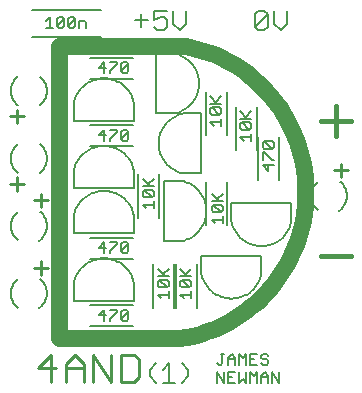
<source format=gto>
G04 Output by ViewMate Deluxe V11.0.9  PentaLogix LLC*
G04 Wed Apr 16 07:23:06 2014*
%FSLAX33Y33*%
%MOMM*%
%IPPOS*%
%ADD16C,0.127*%
%ADD105C,1.397*%
%ADD106C,0.254*%
%ADD107C,0.4064*%
%ADD108C,0.1524*%

%LPD*%
X0Y0D2*D16*G1X25646Y7061D2*X25646Y7978D1*X25972Y7518D2*X26276Y7518D1*X23165Y5537D2*X23165Y6454D1*X25037Y6454D2*X25037Y5537D1*X24100Y5994D2*X24404Y5994D1*X24712Y6454D2*X24100Y6454D1*X24100Y7518D2*X24712Y7518D1*X24100Y7061D2*X24100Y7671D1*X24404Y7978*X24712Y7671*X24712Y7061*X25037Y7061D2*X25037Y7978D1*X25342Y7671*X25646Y7978*X25972Y7061D2*X25972Y7978D1*X26581Y7978*X27516Y7823D2*X27363Y7978D1*X27059Y7978*X26906Y7823*X26906Y7671*X27059Y7518*X27363Y7518*X27516Y7366*X27516Y7214*X27363Y7061*X27059Y7061*X26906Y7214*X25972Y7061D2*X26581Y7061D1*X25972Y5537D2*X25972Y6454D1*X27516Y5994D2*X26906Y5994D1*X28453Y6454D2*X28453Y5537D1*X27843Y6454*X27843Y5537*X27516Y5537D2*X27516Y6147D1*X27211Y6454*X26906Y6147*X26906Y5537*X26581Y5537D2*X26581Y6454D1*X26276Y6147*X25972Y6454*X25646Y6454D2*X25646Y5537D1*X25342Y5842*X25037Y5537*X24712Y5537D2*X24100Y5537D1*X24100Y6454*X23774Y6454D2*X23774Y5537D1*X23165Y6454*X23165Y7214D2*X23317Y7061D1*X23470Y7061*X23622Y7214*X23622Y7978*X23470Y7978D2*X23774Y7978D1*X8687Y36182D2*X8992Y36490D1*X8992Y35573*X9296Y35573D2*X8687Y35573D1*X9622Y35725D2*X9622Y36335D1*X9774Y36490*X10079Y36490*X10234Y36335*X9622Y35725*X9774Y35573*X10079Y35573*X10234Y35725*X10234Y36335*X11168Y36335D2*X11016Y36490D1*X10711Y36490*X10559Y36335*X10559Y35725*X11168Y35725D2*X11168Y36335D1*X10559Y35725*X10711Y35573*X11016Y35573*X11168Y35725*X11494Y35573D2*X11494Y36182D1*X11951Y36182*X12103Y36030*X12103Y35573*X23050Y29322D2*X23520Y29792D1*X23020Y19050D2*X22708Y19365D1*X23647Y19365*X23647Y19677D2*X23647Y19050D1*X22863Y20612D2*X22708Y20457D1*X22708Y20142*X22863Y19987*X23490Y19987*X23490Y20612D2*X22863Y20612D1*X23490Y19987*X23647Y20142*X23647Y20457*X23490Y20612*X22708Y20922D2*X23647Y20922D1*X23335Y20922D2*X22708Y21549D1*X23647Y21549D2*X23178Y21079D1*X27181Y25044D2*X27026Y25044D1*X27026Y24420*X27965Y23952D2*X27026Y23952D1*X27496Y23482*X27496Y24110*X27965Y24420D2*X27808Y24420D1*X27181Y25044*X27808Y25354D2*X27181Y25354D1*X27026Y25512*X27026Y25824*X27181Y25982*X27808Y25982*X27965Y25824*X27965Y25512*X27808Y25354*X27181Y25982*X25590Y28052D2*X26060Y28522D1*X25748Y27894D2*X25121Y28522D1*X25121Y27894D2*X26060Y27894D1*X25121Y27429D2*X25276Y27584D1*X25433Y26022D2*X25121Y26337D1*X26060Y26337*X26060Y26650D2*X26060Y26022D1*X25903Y26960D2*X26060Y27114D1*X26060Y27429*X25903Y27584*X25276Y27584*X25903Y26960*X25276Y26960*X25121Y27114*X25121Y27429*X22893Y27292D2*X22581Y27607D1*X23520Y27607*X23520Y27920D2*X23520Y27292D1*X23363Y28230D2*X23520Y28384D1*X23520Y28699*X23363Y28854*X22736Y28854*X23363Y28230*X22736Y28230*X22581Y28384*X22581Y28699*X22736Y28854*X23520Y29164D2*X22581Y29164D1*X22581Y29792D2*X23208Y29164D1*X14732Y32535D2*X14732Y32692D1*X14105Y32692*X13797Y32220D2*X13170Y32220D1*X13640Y32692*X13640Y31750*X14105Y31750D2*X14105Y31907D1*X14732Y32535*X15669Y32535D2*X15512Y32692D1*X15197Y32692*X15042Y32535*X15042Y31907*X15197Y31750D2*X15512Y31750D1*X15669Y31907*X15669Y32535*X15042Y31907*X15197Y31750*X14732Y26820D2*X14732Y26977D1*X14105Y26977*X13640Y26035D2*X13640Y26977D1*X13170Y26505*X13797Y26505*X14105Y26035D2*X14105Y26192D1*X14732Y26820*X15669Y26820D2*X15512Y26977D1*X15197Y26977*X15042Y26820*X15042Y26192*X15512Y26035D2*X15669Y26192D1*X15669Y26820*X15042Y26192*X15197Y26035*X15512Y26035*X17336Y22337D2*X17805Y22807D1*X17493Y22179D2*X16866Y22807D1*X16866Y22179D2*X17805Y22179D1*X17021Y21869D2*X17648Y21869D1*X17805Y21714*X17805Y21400*X17648Y21245*X17021Y21869*X16866Y21714*X16866Y21400*X17021Y21245*X17648Y21245*X17805Y20935D2*X17805Y20307D1*X17805Y20622D2*X16866Y20622D1*X17178Y20307*X14732Y17295D2*X14732Y17452D1*X14105Y17452*X13640Y16510D2*X13640Y17452D1*X13170Y16980*X13797Y16980*X14105Y16510D2*X14105Y16667D1*X14732Y17295*X15669Y17295D2*X15512Y17452D1*X15197Y17452*X15042Y17295*X15042Y16667*X15197Y16510D2*X15512Y16510D1*X15669Y16667*X15669Y17295*X15042Y16667*X15197Y16510*X14732Y11580D2*X14732Y11737D1*X14105Y11737*X13797Y11265D2*X13170Y11265D1*X13640Y11737*X13640Y10795*X14105Y10795D2*X14105Y10952D1*X14732Y11580*X15042Y10952D2*X15042Y11580D1*X15197Y11737*X15512Y11737*X15669Y11580*X15042Y10952*X15197Y10795*X15512Y10795*X15669Y10952*X15669Y11580*X18448Y12687D2*X18136Y13002D1*X19075Y13002*X19075Y13315D2*X19075Y12687D1*X18606Y14717D2*X19075Y15187D1*X18763Y14559D2*X18136Y15187D1*X18136Y14559D2*X19075Y14559D1*X18291Y14249D2*X18136Y14094D1*X18136Y13780*X18291Y13625*X18918Y13625*X19075Y13780D2*X19075Y14094D1*X18918Y14249*X18291Y14249*X18918Y13625*X19075Y13780*X20823Y13625D2*X20196Y13625D1*X20510Y14717D2*X20980Y15187D1*X20668Y14559D2*X20041Y15187D1*X20041Y14559D2*X20980Y14559D1*X20196Y14249D2*X20823Y14249D1*X20980Y14094*X20980Y13780*X20823Y13625*X20196Y14249*X20041Y14094*X20041Y13780*X20196Y13625*X20353Y12687D2*X20041Y13002D1*X20980Y13002*X20980Y12687D2*X20980Y13315D1*X16129Y13995D2*X16093Y14150D1*X16048Y14300*X15994Y14450*X15931Y14595*X15860Y14735*X15778Y14872*X15690Y15004*X15593Y15128*X15491Y15248*X15380Y15359*X15263Y15466*X15138Y15565*X15009Y15654*X14874Y15738*X14735Y15812*X14590Y15878*X14442Y15933*X14293Y15982*X14138Y16020*X13983Y16048*X13825Y16068*X13668Y16078*X13510Y16078*X13353Y16068*X13195Y16048*X13040Y16020*X12885Y15982*X12736Y15933*X12588Y15878*X12443Y15812*X12304Y15738*X12169Y15654*X12040Y15565*X11915Y15466*X11798Y15359*X11687Y15248*X11585Y15128*X11488Y15004*X11400Y14872*X11318Y14735*X11247Y14595*X11184Y14450*X11130Y14300*X11085Y14150*X11049Y13995*X11049Y12471*X16129Y12471*X16129Y13995*X16129Y19710D2*X16093Y19865D1*X16048Y20015*X15994Y20165*X15931Y20310*X15860Y20450*X15778Y20587*X15690Y20719*X15593Y20843*X15491Y20963*X15380Y21074*X15263Y21181*X15138Y21280*X15009Y21369*X14874Y21453*X14735Y21526*X14590Y21593*X14442Y21648*X14293Y21697*X14138Y21735*X13983Y21763*X13825Y21783*X13668Y21793*X13510Y21793*X13353Y21783*X13195Y21763*X13040Y21735*X12885Y21697*X12736Y21648*X12588Y21593*X12443Y21526*X12304Y21453*X12169Y21369*X12040Y21280*X11915Y21181*X11798Y21074*X11687Y20963*X11585Y20843*X11488Y20719*X11400Y20587*X11318Y20450*X11247Y20310*X11184Y20165*X11130Y20015*X11085Y19865*X11049Y19710*X11049Y29235D2*X11085Y29390D1*X11130Y29540*X11184Y29690*X11247Y29835*X11318Y29975*X11400Y30112*X11488Y30244*X11585Y30368*X11687Y30488*X11798Y30599*X11915Y30706*X12040Y30805*X12169Y30894*X12304Y30978*X12443Y31052*X12588Y31118*X12736Y31173*X12885Y31222*X13040Y31260*X13195Y31288*X13353Y31308*X13510Y31318*X13668Y31318*X13825Y31308*X13983Y31288*X14138Y31260*X14293Y31222*X14442Y31173*X14590Y31118*X14735Y31052*X14874Y30978*X15009Y30894*X15138Y30805*X15263Y30706*X15380Y30599*X15491Y30488*X15593Y30368*X15690Y30244*X15778Y30112*X15860Y29975*X15931Y29835*X15994Y29690*X16048Y29540*X16093Y29390*X16129Y29235*X16129Y27711*X11049Y27711*X11049Y29235*X11049Y23520D2*X11085Y23675D1*X11130Y23825*X11184Y23975*X11247Y24120*X11318Y24260*X11400Y24397*X11488Y24529*X11585Y24653*X11687Y24773*X11798Y24884*X11915Y24991*X12040Y25090*X12169Y25179*X12304Y25263*X12443Y25336*X12588Y25403*X12736Y25458*X12885Y25507*X13040Y25545*X13195Y25573*X13353Y25593*X13510Y25603*X13668Y25603*X13825Y25593*X13983Y25573*X14138Y25545*X14293Y25507*X14442Y25458*X14590Y25403*X14735Y25336*X14874Y25263*X15009Y25179*X15138Y25090*X15263Y24991*X15380Y24884*X15491Y24773*X15593Y24653*X15690Y24529*X15778Y24397*X15860Y24260*X15931Y24120*X15994Y23975*X16048Y23825*X16093Y23675*X16129Y23520*X16129Y21996*X11049Y21996*X11049Y23520*X11049Y19710D2*X11049Y18186D1*X16129Y18186*X16129Y19710*X20193Y17551D2*X20348Y17587D1*X20498Y17633*X20648Y17686*X20792Y17750*X20932Y17821*X21069Y17902*X21201Y17991*X21326Y18087*X21445Y18189*X21557Y18301*X21664Y18418*X21763Y18542*X21852Y18672*X21935Y18806*X22009Y18946*X22075Y19091*X22131Y19238*X22179Y19388*X22217Y19543*X22245Y19698*X22266Y19855*X22276Y20013*X22276Y20170*X22266Y20328*X22245Y20485*X22217Y20640*X22179Y20795*X22131Y20945*X22075Y21092*X22009Y21237*X21935Y21377*X21852Y21511*X21763Y21641*X21664Y21765*X21557Y21882*X21445Y21994*X21326Y22095*X21201Y22192*X21069Y22281*X20932Y22362*X20792Y22433*X20648Y22497*X20498Y22550*X20348Y22596*X20193Y22631*X20320Y23266D2*X20165Y23302D1*X20015Y23348*X19865Y23401*X19721Y23465*X19581Y23536*X19444Y23617*X19312Y23706*X19187Y23802*X19068Y23904*X18956Y24016*X18849Y24133*X18750Y24257*X18661Y24387*X18578Y24521*X18504Y24661*X18438Y24806*X18382Y24953*X18334Y25103*X18296Y25258*X18268Y25413*X18247Y25570*X18237Y25728*X18237Y25885*X18247Y26043*X18268Y26200*X18296Y26355*X18334Y26510*X18382Y26660*X18438Y26807*X18504Y26952*X18578Y27092*X18661Y27226*X18750Y27356*X18849Y27480*X18956Y27597*X19068Y27709*X19187Y27810*X19312Y27907*X19444Y27996*X19581Y28077*X19721Y28148*X19865Y28212*X20015Y28265*X20165Y28311*X20320Y28346*X19558Y28346D2*X19713Y28382D1*X19863Y28428*X20013Y28481*X20157Y28545*X20297Y28616*X20434Y28697*X20566Y28786*X20691Y28882*X20810Y28984*X20922Y29096*X21029Y29213*X21128Y29337*X21217Y29467*X21300Y29601*X21374Y29741*X21440Y29886*X21496Y30033*X21544Y30183*X21582Y30338*X21610Y30493*X21631Y30650*X21641Y30808*X21641Y30965*X21631Y31123*X21610Y31280*X21582Y31435*X21544Y31590*X21496Y31740*X21440Y31887*X21374Y32032*X21300Y32172*X21217Y32306*X21128Y32436*X21029Y32560*X20922Y32677*X20810Y32789*X20691Y32890*X20566Y32987*X20434Y33076*X20297Y33157*X20157Y33228*X20013Y33292*X19863Y33345*X19713Y33391*X19558Y33426*X18034Y33426*X18034Y28346*X19558Y28346*X20320Y28346D2*X21844Y28346D1*X21844Y23266*X20320Y23266*X20193Y22631D2*X18669Y22631D1*X18669Y17551*X20193Y17551*X21844Y14757D2*X21880Y14602D1*X21925Y14453*X21979Y14303*X22042Y14158*X22113Y14018*X22195Y13881*X22283Y13749*X22380Y13625*X22482Y13505*X22593Y13393*X22710Y13287*X22835Y13188*X22964Y13099*X23099Y13015*X23238Y12941*X23383Y12875*X23531Y12819*X23680Y12771*X23835Y12733*X23990Y12705*X24148Y12685*X24305Y12675*X24463Y12675*X24620Y12685*X24778Y12705*X24933Y12733*X25088Y12771*X25237Y12819*X25385Y12875*X25530Y12941*X25669Y13015*X25804Y13099*X25933Y13188*X26058Y13287*X26175Y13393*X26286Y13505*X26388Y13625*X26485Y13749*X26573Y13881*X26655Y14018*X26726Y14158*X26789Y14303*X26843Y14453*X26888Y14602*X26924Y14757*X26924Y16281*X21844Y16281*X21844Y14757*X24384Y19202D2*X24420Y19047D1*X24465Y18898*X24519Y18748*X24582Y18603*X24653Y18463*X24735Y18326*X24823Y18194*X24920Y18070*X25022Y17950*X25133Y17838*X25250Y17732*X25375Y17633*X25504Y17544*X25639Y17460*X25778Y17386*X25923Y17320*X26071Y17264*X26220Y17216*X26375Y17178*X26530Y17150*X26688Y17130*X26845Y17120*X27003Y17120*X27160Y17130*X27318Y17150*X27473Y17178*X27628Y17216*X27777Y17264*X27925Y17320*X28070Y17386*X28209Y17460*X28344Y17544*X28473Y17633*X28598Y17732*X28715Y17838*X28826Y17950*X28928Y18070*X29025Y18194*X29113Y18326*X29195Y18463*X29266Y18603*X29329Y18748*X29383Y18898*X29428Y19047*X29464Y19202*X29464Y20726*X24384Y20726*X24384Y19202*D105*X9779Y9296D2*X19939Y9296D1*X20546Y9403*X21146Y9538*X21740Y9703*X22324Y9898*X22898Y10119*X23462Y10371*X24013Y10648*X24549Y10952*X25067Y11283*X25573Y11638*X26058Y12017*X26523Y12418*X26970Y12845*X27394Y13292*X27798Y13757*X28176Y14244*X28529Y14747*X28859Y15268*X29164Y15804*X29441Y16355*X29690Y16916*X29914Y17493*X30107Y18077*X30272Y18672*X30406Y19271*X30513Y19878*X30589Y20490*X30635Y21105*X30650Y21720*X30635Y22337*X30592Y22951*X30516Y23564*X30411Y24171*X30279Y24770*X30114Y25364*X29924Y25951*X29703Y26525*X29454Y27089*X29177Y27640*X28875Y28179*X28547Y28699*X28194Y29202*X27816Y29690*X27414Y30157*X26990Y30604*X26546Y31031*X26078Y31435*X25596Y31816*X25093Y32172*X24572Y32502*X24039Y32809*X23487Y33086*X22926Y33340*X22352Y33564*X21768Y33759*X21173Y33924*X20574Y34061*X9779Y34061*X9779Y9296*D106*X33655Y22949D2*X33655Y24092D1*X33084Y23520D2*X34226Y23520D1*X6794Y28092D2*X5652Y28092D1*X6223Y27521D2*X6223Y28664D1*X6223Y22949D2*X6223Y21806D1*X6794Y22377D2*X5652Y22377D1*X7684Y20980D2*X8826Y20980D1*X8255Y20409D2*X8255Y21552D1*X7684Y15265D2*X8826Y15265D1*X8255Y14694D2*X8255Y15837D1*X11864Y6759D2*X10340Y6759D1*X15016Y7902D2*X15016Y5613D1*X16162Y5613*X16543Y5994*X16543Y7521*X16162Y7902*X15016Y7902*X14204Y7902D2*X14204Y5613D1*X12680Y7902*X12680Y5613*X11864Y5613D2*X11864Y7140D1*X11102Y7902*X10340Y7140*X10340Y5613*X9144Y5613D2*X9144Y7902D1*X8001Y6759*X9528Y6759*D107*X34544Y16281D2*X32004Y16281D1*X32004Y27711D2*X34544Y27711D1*X33274Y26441D2*X33274Y28981D1*D108*X29088Y37036D2*X29088Y35951D1*X28545Y35408*X28004Y35951*X28004Y37036*X27450Y36764D2*X27178Y37036D1*X26637Y37036*X26365Y36764*X26365Y35679*X26637Y35408D2*X27178Y35408D1*X27450Y35679*X27450Y36764*X26365Y35679*X26637Y35408*X6304Y11902D2*X6215Y11979D1*X6132Y12057*X6055Y12146*X5987Y12238*X5926Y12334*X5870Y12436*X5824Y12543*X5784Y12652*X5753Y12764*X5733Y12875*X5720Y12992*X5715Y13106*X8153Y14326D2*X8245Y14252D1*X8331Y14171*X8410Y14082*X8481Y13990*X8545Y13891*X8603Y13787*X8651Y13680*X8692Y13571*X8722Y13457*X8745Y13340*X8758Y13223*X8763Y13106*X8125Y11867D2*X8219Y11941D1*X8308Y12022*X8392Y12111*X8468Y12205*X8534Y12304*X8593Y12408*X8646Y12520*X8687Y12631*X8720Y12748*X8743Y12865*X8758Y12987*X8763Y13106*X6304Y14310D2*X6215Y14234D1*X6132Y14155*X6055Y14067*X5987Y13975*X5926Y13879*X5870Y13777*X5824Y13670*X5784Y13561*X5753Y13449*X5733Y13338*X5720Y13221*X5715Y13106*X16066Y10312D2*X12382Y10312D1*X18019Y5563D2*X17475Y6106D1*X17475Y6647*X18019Y7191*X18567Y6647D2*X19108Y7191D1*X19108Y5563*X19652Y5563D2*X18567Y5563D1*X20203Y5563D2*X20747Y6106D1*X20747Y6647*X20203Y7191*X21463Y15583D2*X21463Y11900D1*X19685Y11900D2*X19685Y15583D1*X19558Y15583D2*X19558Y11900D1*X17780Y11900D2*X17780Y15583D1*X12382Y12090D2*X16066Y12090D1*X16066Y16027D2*X12382Y16027D1*X12382Y17805D2*X16066Y17805D1*X8153Y20041D2*X8245Y19967D1*X8331Y19886*X8410Y19797*X8481Y19705*X8545Y19606*X8603Y19502*X8651Y19395*X8692Y19286*X8722Y19172*X8745Y19055*X8758Y18938*X8763Y18821*X6304Y17617D2*X6215Y17694D1*X6132Y17772*X6055Y17861*X5987Y17953*X5926Y18049*X5870Y18151*X5824Y18258*X5784Y18367*X5753Y18478*X5733Y18590*X5720Y18707*X5715Y18821*X6304Y20025D2*X6215Y19949D1*X6132Y19870*X6055Y19782*X5987Y19690*X5926Y19594*X5870Y19492*X5824Y19385*X5784Y19276*X5753Y19164*X5733Y19053*X5720Y18936*X5715Y18821*X8125Y17582D2*X8219Y17656D1*X8308Y17737*X8392Y17826*X8468Y17920*X8534Y18019*X8593Y18123*X8646Y18235*X8687Y18346*X8720Y18463*X8743Y18580*X8758Y18702*X8763Y18821*X8174Y25740D2*X8263Y25664D1*X8346Y25585*X8423Y25497*X8491Y25405*X8552Y25309*X8608Y25207*X8654Y25100*X8694Y24991*X8725Y24879*X8745Y24768*X8758Y24651*X8763Y24536*X6325Y23317D2*X6233Y23391D1*X6147Y23472*X6068Y23561*X5997Y23652*X5933Y23752*X5875Y23856*X5827Y23962*X5786Y24072*X5756Y24186*X5733Y24303*X5720Y24420*X5715Y24536*X6353Y25776D2*X6259Y25702D1*X6170Y25621*X6086Y25532*X6010Y25438*X5944Y25339*X5885Y25235*X5832Y25123*X5791Y25011*X5758Y24895*X5735Y24778*X5720Y24656*X5715Y24536*X8174Y23332D2*X8263Y23409D1*X8346Y23487*X8423Y23576*X8491Y23668*X8552Y23764*X8608Y23866*X8654Y23973*X8694Y24082*X8725Y24194*X8745Y24305*X8758Y24422*X8763Y24536*X8174Y31455D2*X8263Y31379D1*X8346Y31300*X8423Y31212*X8491Y31120*X8552Y31024*X8608Y30922*X8654Y30815*X8694Y30706*X8725Y30594*X8745Y30483*X8758Y30366*X8763Y30251*X6325Y29032D2*X6233Y29106D1*X6147Y29187*X6068Y29276*X5997Y29367*X5933Y29467*X5875Y29571*X5827Y29677*X5786Y29787*X5756Y29901*X5733Y30018*X5720Y30135*X5715Y30251*X6353Y31491D2*X6259Y31417D1*X6170Y31336*X6086Y31247*X6010Y31153*X5944Y31054*X5885Y30950*X5832Y30838*X5791Y30726*X5758Y30610*X5735Y30493*X5720Y30371*X5715Y30251*X8174Y29047D2*X8263Y29124D1*X8346Y29202*X8423Y29291*X8491Y29383*X8552Y29479*X8608Y29581*X8654Y29688*X8694Y29797*X8725Y29908*X8745Y30020*X8758Y30137*X8763Y30251*X7493Y34823D2*X13335Y34823D1*X13335Y37109D2*X7493Y37109D1*X16749Y35679D2*X16749Y36764D1*X17290Y36220D2*X16205Y36220D1*X20564Y37036D2*X20564Y35951D1*X20023Y35408*X19479Y35951*X19479Y37036*X18928Y37036D2*X17844Y37036D1*X17844Y36220*X18385Y36492*X18656Y36492*X18928Y36220*X18928Y35679*X18656Y35408*X18113Y35408*X17844Y35679*X12382Y33045D2*X16066Y33045D1*X16066Y31267D2*X12382Y31267D1*X12382Y27330D2*X16066Y27330D1*X16066Y25552D2*X12382Y25552D1*X16510Y19520D2*X16510Y23203D1*X18288Y23203D2*X18288Y19520D1*X24003Y18885D2*X24003Y22568D1*X22225Y22568D2*X22225Y18885D1*X22225Y30188D2*X22225Y26505D1*X24003Y26505D2*X24003Y30188D1*X24765Y28918D2*X24765Y25235D1*X26543Y25235D2*X26543Y28918D1*X26670Y26378D2*X26670Y22695D1*X28448Y22695D2*X28448Y26378D1*X31704Y20157D2*X31615Y20234D1*X31532Y20312*X31455Y20401*X31387Y20493*X31326Y20589*X31270Y20691*X31224Y20798*X31184Y20907*X31153Y21018*X31133Y21130*X31120Y21247*X31115Y21361*X33553Y22581D2*X33645Y22507D1*X33731Y22426*X33810Y22337*X33881Y22245*X33945Y22146*X34003Y22042*X34051Y21935*X34092Y21826*X34122Y21712*X34145Y21595*X34158Y21478*X34163Y21361*X33525Y20122D2*X33619Y20196D1*X33708Y20277*X33792Y20366*X33868Y20460*X33934Y20559*X33993Y20663*X34046Y20775*X34087Y20886*X34120Y21003*X34143Y21120*X34158Y21242*X34163Y21361*X31704Y22565D2*X31615Y22489D1*X31532Y22410*X31455Y22322*X31387Y22230*X31326Y22134*X31270Y22032*X31224Y21925*X31184Y21816*X31153Y21704*X31133Y21593*X31120Y21476*X31115Y21361*X0Y0D2*M02*
</source>
